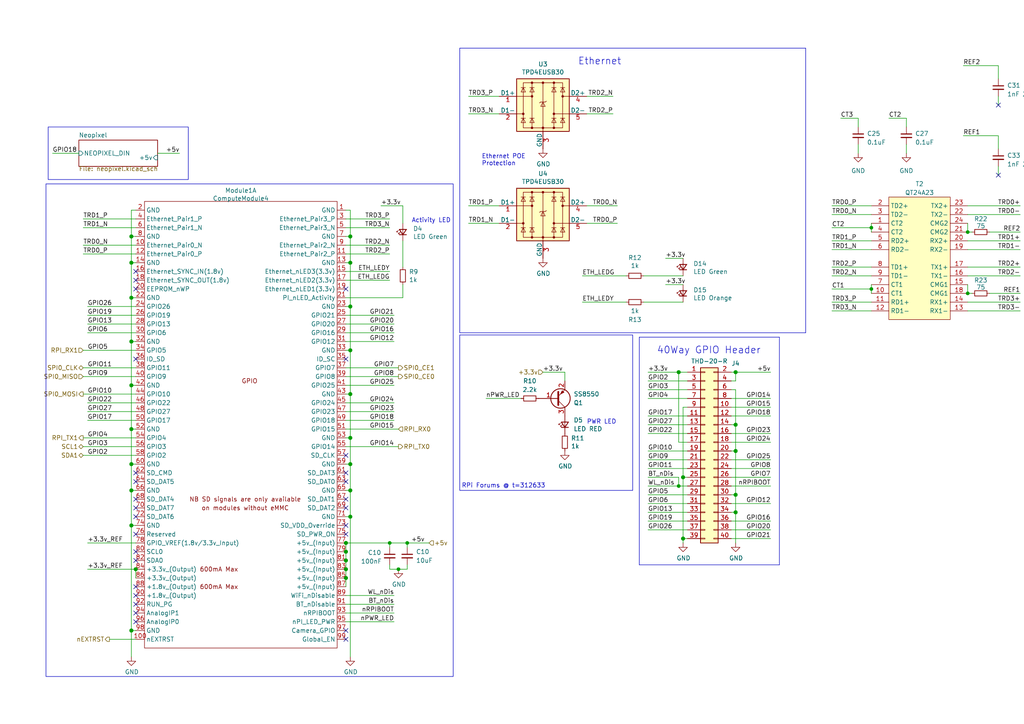
<source format=kicad_sch>
(kicad_sch (version 20230819) (generator eeschema)
  (paper "A4")
  (title_block (title "Carrier Board") (date "2023-11-21") (rev "V3") (company "MUREX Robotics [Byran Huang]") (comment 1 "//DO IT RIGHT,  DO IT MUREX") (comment 2 "// ATTEMPT THE IMPOSSIBLE") (comment 3 "CM4-based ROV (robotics) control board.") (comment 4 "The MUREX Carrier Board is the world's first open-source "))
  (junction (at 38.1 111.76) (diameter 1.016))
  (junction (at 101.6 101.6) (diameter 1.016))
  (junction (at 252.73 83.82))
  (junction (at 101.6 134.62) (diameter 1.016))
  (junction (at 101.6 127) (diameter 1.016))
  (junction (at 196.85 107.95) (diameter 1.016))
  (junction (at 38.1 124.46) (diameter 1.016))
  (junction (at 213.36 107.95) (diameter 1.016))
  (junction (at 213.36 148.59) (diameter 1.016))
  (junction (at 38.1 134.62) (diameter 1.016))
  (junction (at 38.1 76.2) (diameter 1.016))
  (junction (at 101.6 149.86) (diameter 1.016))
  (junction (at 213.36 130.81) (diameter 1.016))
  (junction (at 100.33 162.56) (diameter 1.016))
  (junction (at 101.6 88.9) (diameter 1.016))
  (junction (at 198.12 156.21) (diameter 1.016))
  (junction (at 38.1 99.06) (diameter 1.016))
  (junction (at 100.33 165.1) (diameter 1.016))
  (junction (at 196.85 140.97))
  (junction (at 101.6 68.58) (diameter 1.016))
  (junction (at 115.57 165.1))
  (junction (at 113.03 157.48))
  (junction (at 100.33 167.64) (diameter 1.016))
  (junction (at 100.33 160.02) (diameter 1.016))
  (junction (at 38.1 182.88) (diameter 1.016))
  (junction (at 213.36 143.51) (diameter 1.016))
  (junction (at 100.33 157.48) (diameter 1.016))
  (junction (at 198.12 138.43) (diameter 1.016))
  (junction (at 101.6 142.24) (diameter 1.016))
  (junction (at 39.37 165.1) (diameter 1.016))
  (junction (at 38.1 68.58) (diameter 1.016))
  (junction (at 213.36 123.19) (diameter 1.016))
  (junction (at 38.1 142.24) (diameter 1.016))
  (junction (at 38.1 152.4) (diameter 1.016))
  (junction (at 101.6 76.2) (diameter 1.016))
  (junction (at 280.67 67.31))
  (junction (at 280.67 85.09))
  (junction (at 101.6 114.3) (diameter 1.016))
  (junction (at 118.11 157.48))
  (junction (at 38.1 86.36) (diameter 1.016))
  (junction (at 252.73 66.04))
  (no_connect (at 39.37 180.34))
  (no_connect (at 39.37 137.16))
  (no_connect (at 100.33 152.4))
  (no_connect (at 39.37 154.94))
  (no_connect (at 100.33 83.82))
  (no_connect (at 100.33 104.14))
  (no_connect (at 39.37 147.32))
  (no_connect (at 100.33 144.78))
  (no_connect (at 100.33 182.88))
  (no_connect (at 39.37 162.56))
  (no_connect (at 289.56 50.8))
  (no_connect (at 100.33 154.94))
  (no_connect (at 100.33 132.08))
  (no_connect (at 39.37 177.8))
  (no_connect (at 39.37 78.74))
  (no_connect (at 39.37 172.72))
  (no_connect (at 39.37 139.7))
  (no_connect (at 39.37 175.26))
  (no_connect (at 39.37 149.86))
  (no_connect (at 100.33 185.42))
  (no_connect (at 39.37 170.18))
  (no_connect (at 39.37 160.02))
  (no_connect (at 289.56 30.48))
  (no_connect (at 100.33 139.7))
  (no_connect (at 39.37 104.14))
  (no_connect (at 100.33 137.16))
  (no_connect (at 100.33 147.32))
  (no_connect (at 39.37 81.28))
  (no_connect (at 39.37 83.82))
  (no_connect (at 39.37 144.78))
  (wire (pts (xy 38.1 111.76) (xy 38.1 124.46)))
  (wire (pts (xy 170.18 27.94) (xy 177.8 27.94)))
  (wire (pts (xy 279.4 39.37) (xy 289.56 39.37)))
  (wire (pts (xy 118.11 165.1) (xy 118.11 163.83)))
  (wire (pts (xy 212.09 146.05) (xy 223.52 146.05)))
  (wire (pts (xy 193.04 82.55) (xy 198.12 82.55)))
  (wire (pts (xy 39.37 167.64) (xy 39.37 165.1)))
  (wire (pts (xy 135.89 33.02) (xy 144.78 33.02)))
  (wire (pts (xy 196.85 140.97) (xy 199.39 140.97)))
  (polyline (pts (xy 133.35 13.97) (xy 233.68 13.97)) (stroke (width 0) (type solid)))
  (wire (pts (xy 113.03 165.1) (xy 113.03 163.83)))
  (wire (pts (xy 213.36 110.49) (xy 213.36 107.95)))
  (wire (pts (xy 115.57 165.1) (xy 118.11 165.1)))
  (wire (pts (xy 100.33 101.6) (xy 101.6 101.6)))
  (wire (pts (xy 135.89 27.94) (xy 144.78 27.94)))
  (wire (pts (xy 100.33 109.22) (xy 115.57 109.22)))
  (wire (pts (xy 114.3 175.26) (xy 100.33 175.26)))
  (wire (pts (xy 193.04 74.93) (xy 198.12 74.93)))
  (polyline (pts (xy 185.42 97.79) (xy 185.42 163.83)) (stroke (width 0) (type solid)))
  (wire (pts (xy 100.33 157.48) (xy 100.33 160.02)))
  (wire (pts (xy 213.36 123.19) (xy 212.09 123.19)))
  (wire (pts (xy 248.92 41.91) (xy 248.92 44.45)))
  (wire (pts (xy 24.13 71.12) (xy 39.37 71.12)))
  (wire (pts (xy 24.13 66.04) (xy 39.37 66.04)))
  (wire (pts (xy 196.85 128.27) (xy 199.39 128.27)))
  (wire (pts (xy 212.09 135.89) (xy 223.52 135.89)))
  (wire (pts (xy 38.1 99.06) (xy 39.37 99.06)))
  (wire (pts (xy 212.09 133.35) (xy 223.52 133.35)))
  (wire (pts (xy 198.12 118.11) (xy 198.12 138.43)))
  (wire (pts (xy 198.12 156.21) (xy 198.12 157.48)))
  (wire (pts (xy 212.09 151.13) (xy 223.52 151.13)))
  (wire (pts (xy 38.1 86.36) (xy 38.1 99.06)))
  (wire (pts (xy 118.11 157.48) (xy 124.46 157.48)))
  (wire (pts (xy 241.3 66.04) (xy 252.73 66.04)))
  (wire (pts (xy 38.1 134.62) (xy 38.1 142.24)))
  (wire (pts (xy 186.69 80.01) (xy 198.12 80.01)))
  (wire (pts (xy 25.4 119.38) (xy 39.37 119.38)))
  (wire (pts (xy 116.84 69.85) (xy 116.84 77.47)))
  (wire (pts (xy 38.1 152.4) (xy 39.37 152.4)))
  (wire (pts (xy 199.39 118.11) (xy 198.12 118.11)))
  (wire (pts (xy 116.84 82.55) (xy 116.84 86.36)))
  (wire (pts (xy 248.92 34.29) (xy 248.92 36.83)))
  (wire (pts (xy 100.33 142.24) (xy 101.6 142.24)))
  (wire (pts (xy 289.56 19.05) (xy 289.56 22.86)))
  (wire (pts (xy 100.33 111.76) (xy 114.3 111.76)))
  (wire (pts (xy 38.1 124.46) (xy 38.1 134.62)))
  (wire (pts (xy 39.37 60.96) (xy 38.1 60.96)))
  (wire (pts (xy 100.33 149.86) (xy 101.6 149.86)))
  (wire (pts (xy 198.12 138.43) (xy 198.12 156.21)))
  (wire (pts (xy 213.36 148.59) (xy 213.36 143.51)))
  (wire (pts (xy 212.09 140.97) (xy 223.52 140.97)))
  (wire (pts (xy 24.13 73.66) (xy 39.37 73.66)))
  (wire (pts (xy 100.33 177.8) (xy 114.3 177.8)))
  (wire (pts (xy 212.09 113.03) (xy 213.36 113.03)))
  (wire (pts (xy 241.3 87.63) (xy 252.73 87.63)))
  (wire (pts (xy 281.94 85.09) (xy 280.67 85.09)))
  (wire (pts (xy 38.1 152.4) (xy 38.1 182.88)))
  (wire (pts (xy 157.48 107.95) (xy 163.83 107.95)))
  (wire (pts (xy 289.56 39.37) (xy 289.56 43.18)))
  (wire (pts (xy 213.36 123.19) (xy 213.36 130.81)))
  (wire (pts (xy 100.33 91.44) (xy 114.3 91.44)))
  (wire (pts (xy 168.91 87.63) (xy 181.61 87.63)))
  (wire (pts (xy 24.13 129.54) (xy 39.37 129.54)))
  (wire (pts (xy 187.96 110.49) (xy 199.39 110.49)))
  (wire (pts (xy 280.67 59.69) (xy 295.91 59.69)))
  (wire (pts (xy 213.36 107.95) (xy 223.52 107.95)))
  (wire (pts (xy 25.4 93.98) (xy 39.37 93.98)))
  (wire (pts (xy 39.37 68.58) (xy 38.1 68.58)))
  (wire (pts (xy 24.13 114.3) (xy 39.37 114.3)))
  (wire (pts (xy 280.67 69.85) (xy 295.91 69.85)))
  (wire (pts (xy 262.89 41.91) (xy 262.89 44.45)))
  (wire (pts (xy 289.56 48.26) (xy 289.56 50.8)))
  (wire (pts (xy 212.09 115.57) (xy 223.52 115.57)))
  (wire (pts (xy 100.33 119.38) (xy 114.3 119.38)))
  (wire (pts (xy 187.96 146.05) (xy 199.39 146.05)))
  (wire (pts (xy 213.36 130.81) (xy 212.09 130.81)))
  (wire (pts (xy 39.37 76.2) (xy 38.1 76.2)))
  (wire (pts (xy 241.3 83.82) (xy 252.73 83.82)))
  (wire (pts (xy 38.1 111.76) (xy 39.37 111.76)))
  (wire (pts (xy 212.09 128.27) (xy 223.52 128.27)))
  (wire (pts (xy 101.6 134.62) (xy 101.6 142.24)))
  (wire (pts (xy 113.03 157.48) (xy 118.11 157.48)))
  (wire (pts (xy 300.99 67.31) (xy 309.88 67.31)))
  (wire (pts (xy 24.13 106.68) (xy 39.37 106.68)))
  (wire (pts (xy 25.4 157.48) (xy 39.37 157.48)))
  (wire (pts (xy 280.67 64.77) (xy 280.67 67.31)))
  (wire (pts (xy 100.33 96.52) (xy 114.3 96.52)))
  (wire (pts (xy 213.36 113.03) (xy 213.36 123.19)))
  (wire (pts (xy 39.37 182.88) (xy 38.1 182.88)))
  (wire (pts (xy 100.33 106.68) (xy 115.57 106.68)))
  (wire (pts (xy 100.33 167.64) (xy 100.33 170.18)))
  (wire (pts (xy 101.6 142.24) (xy 101.6 149.86)))
  (wire (pts (xy 135.89 59.69) (xy 144.78 59.69)))
  (wire (pts (xy 100.33 180.34) (xy 114.3 180.34)))
  (wire (pts (xy 198.12 138.43) (xy 199.39 138.43)))
  (wire (pts (xy 300.99 69.85) (xy 309.88 69.85)))
  (wire (pts (xy 241.3 62.23) (xy 252.73 62.23)))
  (wire (pts (xy 101.6 88.9) (xy 101.6 101.6)))
  (wire (pts (xy 187.96 151.13) (xy 199.39 151.13)))
  (wire (pts (xy 300.99 82.55) (xy 309.88 82.55)))
  (wire (pts (xy 116.84 59.69) (xy 116.84 64.77)))
  (wire (pts (xy 212.09 118.11) (xy 223.52 118.11)))
  (wire (pts (xy 300.99 62.23) (xy 309.88 62.23)))
  (wire (pts (xy 252.73 82.55) (xy 252.73 83.82)))
  (wire (pts (xy 241.3 69.85) (xy 252.73 69.85)))
  (wire (pts (xy 198.12 156.21) (xy 199.39 156.21)))
  (wire (pts (xy 187.96 133.35) (xy 199.39 133.35)))
  (wire (pts (xy 187.96 130.81) (xy 199.39 130.81)))
  (wire (pts (xy 38.1 124.46) (xy 39.37 124.46)))
  (wire (pts (xy 100.33 60.96) (xy 101.6 60.96)))
  (wire (pts (xy 25.4 88.9) (xy 39.37 88.9)))
  (wire (pts (xy 100.33 93.98) (xy 114.3 93.98)))
  (wire (pts (xy 100.33 68.58) (xy 101.6 68.58)))
  (wire (pts (xy 110.49 59.69) (xy 116.84 59.69)))
  (wire (pts (xy 24.13 109.22) (xy 39.37 109.22)))
  (wire (pts (xy 118.11 158.75) (xy 118.11 157.48)))
  (wire (pts (xy 101.6 60.96) (xy 101.6 68.58)))
  (wire (pts (xy 140.97 115.57) (xy 151.13 115.57)))
  (wire (pts (xy 24.13 127) (xy 39.37 127)))
  (wire (pts (xy 281.94 67.31) (xy 280.67 67.31)))
  (wire (pts (xy 100.33 134.62) (xy 101.6 134.62)))
  (wire (pts (xy 170.18 33.02) (xy 177.8 33.02)))
  (wire (pts (xy 38.1 76.2) (xy 38.1 86.36)))
  (wire (pts (xy 212.09 125.73) (xy 223.52 125.73)))
  (polyline (pts (xy 185.42 163.83) (xy 226.06 163.83)) (stroke (width 0) (type solid)))
  (wire (pts (xy 252.73 64.77) (xy 252.73 66.04)))
  (wire (pts (xy 100.33 124.46) (xy 115.57 124.46)))
  (wire (pts (xy 25.4 165.1) (xy 39.37 165.1)))
  (wire (pts (xy 212.09 148.59) (xy 213.36 148.59)))
  (wire (pts (xy 100.33 160.02) (xy 100.33 162.56)))
  (wire (pts (xy 187.96 125.73) (xy 199.39 125.73)))
  (wire (pts (xy 25.4 96.52) (xy 39.37 96.52)))
  (wire (pts (xy 31.75 185.42) (xy 39.37 185.42)))
  (wire (pts (xy 279.4 19.05) (xy 289.56 19.05)))
  (wire (pts (xy 100.33 165.1) (xy 100.33 167.64)))
  (wire (pts (xy 100.33 88.9) (xy 101.6 88.9)))
  (wire (pts (xy 280.67 77.47) (xy 295.91 77.47)))
  (wire (pts (xy 100.33 162.56) (xy 100.33 165.1)))
  (wire (pts (xy 187.96 148.59) (xy 199.39 148.59)))
  (wire (pts (xy 213.36 148.59) (xy 213.36 157.48)))
  (wire (pts (xy 280.67 85.09) (xy 280.67 82.55)))
  (wire (pts (xy 170.18 59.69) (xy 179.07 59.69)))
  (wire (pts (xy 38.1 86.36) (xy 39.37 86.36)))
  (wire (pts (xy 262.89 34.29) (xy 262.89 36.83)))
  (wire (pts (xy 257.81 34.29) (xy 262.89 34.29)))
  (wire (pts (xy 300.99 74.93) (xy 309.88 74.93)))
  (wire (pts (xy 187.96 140.97) (xy 196.85 140.97)))
  (wire (pts (xy 213.36 143.51) (xy 213.36 130.81)))
  (wire (pts (xy 100.33 81.28) (xy 113.03 81.28)))
  (wire (pts (xy 289.56 27.94) (xy 289.56 30.48)))
  (wire (pts (xy 38.1 182.88) (xy 38.1 190.5)))
  (wire (pts (xy 101.6 127) (xy 101.6 134.62)))
  (wire (pts (xy 38.1 142.24) (xy 38.1 152.4)))
  (wire (pts (xy 45.72 44.45) (xy 52.07 44.45)))
  (wire (pts (xy 163.83 107.95) (xy 163.83 110.49)))
  (wire (pts (xy 100.33 63.5) (xy 113.03 63.5)))
  (wire (pts (xy 38.1 68.58) (xy 38.1 76.2)))
  (wire (pts (xy 187.96 107.95) (xy 196.85 107.95)))
  (wire (pts (xy 100.33 71.12) (xy 113.03 71.12)))
  (wire (pts (xy 212.09 110.49) (xy 213.36 110.49)))
  (wire (pts (xy 241.3 80.01) (xy 252.73 80.01)))
  (wire (pts (xy 252.73 66.04) (xy 252.73 67.31)))
  (polyline (pts (xy 233.68 13.97) (xy 233.68 96.52)) (stroke (width 0) (type solid)))
  (wire (pts (xy 241.3 72.39) (xy 252.73 72.39)))
  (wire (pts (xy 241.3 90.17) (xy 252.73 90.17)))
  (wire (pts (xy 187.96 123.19) (xy 199.39 123.19)))
  (wire (pts (xy 168.91 80.01) (xy 181.61 80.01)))
  (wire (pts (xy 252.73 83.82) (xy 252.73 85.09)))
  (wire (pts (xy 196.85 138.43) (xy 196.85 140.97)))
  (wire (pts (xy 187.96 153.67) (xy 199.39 153.67)))
  (wire (pts (xy 113.03 165.1) (xy 115.57 165.1)))
  (wire (pts (xy 300.99 64.77) (xy 309.88 64.77)))
  (wire (pts (xy 38.1 99.06) (xy 38.1 111.76)))
  (wire (pts (xy 170.18 64.77) (xy 179.07 64.77)))
  (wire (pts (xy 24.13 101.6) (xy 39.37 101.6)))
  (wire (pts (xy 212.09 120.65) (xy 223.52 120.65)))
  (wire (pts (xy 212.09 138.43) (xy 223.52 138.43)))
  (wire (pts (xy 24.13 132.08) (xy 39.37 132.08)))
  (wire (pts (xy 187.96 143.51) (xy 199.39 143.51)))
  (wire (pts (xy 15.24 44.45) (xy 22.86 44.45)))
  (wire (pts (xy 300.99 80.01) (xy 309.88 80.01)))
  (wire (pts (xy 241.3 77.47) (xy 252.73 77.47)))
  (wire (pts (xy 280.67 90.17) (xy 295.91 90.17)))
  (wire (pts (xy 25.4 121.92) (xy 39.37 121.92)))
  (wire (pts (xy 212.09 107.95) (xy 213.36 107.95)))
  (wire (pts (xy 101.6 101.6) (xy 101.6 114.3)))
  (wire (pts (xy 100.33 116.84) (xy 114.3 116.84)))
  (wire (pts (xy 101.6 76.2) (xy 101.6 88.9)))
  (wire (pts (xy 212.09 156.21) (xy 223.52 156.21)))
  (wire (pts (xy 280.67 80.01) (xy 295.91 80.01)))
  (polyline (pts (xy 226.06 97.79) (xy 185.42 97.79)) (stroke (width 0) (type solid)))
  (wire (pts (xy 241.3 59.69) (xy 252.73 59.69)))
  (wire (pts (xy 280.67 87.63) (xy 295.91 87.63)))
  (wire (pts (xy 187.96 135.89) (xy 199.39 135.89)))
  (wire (pts (xy 114.3 172.72) (xy 100.33 172.72)))
  (wire (pts (xy 212.09 143.51) (xy 213.36 143.51)))
  (wire (pts (xy 187.96 115.57) (xy 199.39 115.57)))
  (wire (pts (xy 101.6 114.3) (xy 101.6 127)))
  (wire (pts (xy 100.33 73.66) (xy 113.03 73.66)))
  (wire (pts (xy 212.09 153.67) (xy 223.52 153.67)))
  (wire (pts (xy 100.33 114.3) (xy 101.6 114.3)))
  (wire (pts (xy 101.6 149.86) (xy 101.6 190.5)))
  (wire (pts (xy 100.33 86.36) (xy 116.84 86.36)))
  (wire (pts (xy 243.84 34.29) (xy 248.92 34.29)))
  (wire (pts (xy 100.33 121.92) (xy 114.3 121.92)))
  (wire (pts (xy 100.33 157.48) (xy 113.03 157.48)))
  (wire (pts (xy 24.13 63.5) (xy 39.37 63.5)))
  (wire (pts (xy 287.02 67.31) (xy 295.91 67.31)))
  (wire (pts (xy 100.33 129.54) (xy 115.57 129.54)))
  (wire (pts (xy 25.4 91.44) (xy 39.37 91.44)))
  (polyline (pts (xy 233.68 96.52) (xy 133.35 96.52)) (stroke (width 0) (type solid)))
  (wire (pts (xy 280.67 62.23) (xy 295.91 62.23)))
  (wire (pts (xy 135.89 64.77) (xy 144.78 64.77)))
  (wire (pts (xy 199.39 107.95) (xy 196.85 107.95)))
  (wire (pts (xy 280.67 72.39) (xy 295.91 72.39)))
  (wire (pts (xy 300.99 77.47) (xy 309.88 77.47)))
  (wire (pts (xy 100.33 127) (xy 101.6 127)))
  (wire (pts (xy 187.96 138.43) (xy 196.85 138.43)))
  (wire (pts (xy 187.96 120.65) (xy 199.39 120.65)))
  (polyline (pts (xy 226.06 97.79) (xy 226.06 163.83)) (stroke (width 0) (type solid)))
  (wire (pts (xy 100.33 99.06) (xy 114.3 99.06)))
  (wire (pts (xy 38.1 142.24) (xy 39.37 142.24)))
  (wire (pts (xy 100.33 76.2) (xy 101.6 76.2)))
  (wire (pts (xy 186.69 87.63) (xy 198.12 87.63)))
  (polyline (pts (xy 133.35 96.52) (xy 133.35 13.97)) (stroke (width 0) (type solid)))
  (wire (pts (xy 38.1 134.62) (xy 39.37 134.62)))
  (wire (pts (xy 113.03 158.75) (xy 113.03 157.48)))
  (wire (pts (xy 25.4 116.84) (xy 39.37 116.84)))
  (wire (pts (xy 100.33 78.74) (xy 113.03 78.74)))
  (wire (pts (xy 287.02 85.09) (xy 295.91 85.09)))
  (wire (pts (xy 187.96 113.03) (xy 199.39 113.03)))
  (wire (pts (xy 38.1 60.96) (xy 38.1 68.58)))
  (wire (pts (xy 100.33 66.04) (xy 113.03 66.04)))
  (wire (pts (xy 196.85 107.95) (xy 196.85 128.27)))
  (wire (pts (xy 101.6 68.58) (xy 101.6 76.2)))
  (rectangle (start 13.97 36.83) (end 54.61 52.07))
  (rectangle (start 133.35 97.155) (end 183.515 142.24))
  (rectangle (start 13.335 53.34) (end 131.445 196.215))
  (text "RPi Forums @ t=312633" (at 146.05 140.97 0) (effects (font (size 1.27 1.27))))
  (text "Ethernet" (at 167.64 19.05 0) (effects (font (size 2.0066 2.0066)) (justify left bottom)))
  (text "Ethernet POE\nProtection" (at 139.7 48.26 0) (effects (font (size 1.27 1.27)) (justify left bottom)))
  (text "PWR LED" (at 170.18 123.19 0) (effects (font (size 1.27 1.27)) (justify left bottom)))
  (text "Activity LED" (at 119.38 64.77 0) (effects (font (size 1.27 1.27)) (justify left bottom)))
  (text "40Way GPIO Header" (at 190.5 102.87 0) (effects (font (size 2.007 2.007)) (justify left bottom)))
  (label "GPIO14" (at 223.52 115.57 180))
  (label "GPIO24" (at 223.52 128.27 180))
  (label "GPIO16" (at 114.3 96.52 180))
  (label "GPIO3" (at 187.96 113.03 0))
  (label "TRD3-" (at 295.91 90.17 180))
  (label "nRPIBOOT" (at 114.3 177.8 180))
  (label "GPIO13" (at 25.4 93.98 0))
  (label "TRD3+" (at 300.99 80.01 0))
  (label "TRD0+" (at 300.99 62.23 0))
  (label "TRD0_N" (at 179.07 59.69 180))
  (label "GPIO23" (at 114.3 119.38 180))
  (label "GPIO18" (at 15.24 44.45 0))
  (label "GPIO14" (at 114.3 129.54 180))
  (label "TRD1_N" (at 24.13 66.04 0))
  (label "GPIO9" (at 187.96 133.35 0))
  (label "TRD2+" (at 300.99 74.93 0))
  (label "GPIO6" (at 187.96 146.05 0))
  (label "GPIO8" (at 114.3 109.22 180))
  (label "TRD3-" (at 300.99 82.55 0))
  (label "GPIO19" (at 25.4 91.44 0))
  (label "GPIO25" (at 223.52 133.35 180))
  (label "TRD1_P" (at 135.89 59.69 0))
  (label "CT3" (at 243.84 34.29 0))
  (label "GPIO17" (at 187.96 120.65 0))
  (label "GPIO3" (at 25.4 129.54 0))
  (label "GPIO17" (at 25.4 121.92 0))
  (label "GPIO19" (at 187.96 151.13 0))
  (label "REF1" (at 279.4 39.37 0))
  (label "TRD2_N" (at 177.8 27.94 180))
  (label "TRD3_N" (at 135.89 33.02 0))
  (label "GPIO25" (at 114.3 111.76 180))
  (label "+3.3v" (at 193.04 74.93 0))
  (label "TRD1_N" (at 135.89 64.77 0))
  (label "TRD2-" (at 300.99 77.47 0))
  (label "GPIO11" (at 25.4 106.68 0))
  (label "GPIO27" (at 25.4 119.38 0))
  (label "WL_nDis" (at 187.96 140.97 0))
  (label "GPIO11" (at 187.96 135.89 0))
  (label "GPIO9" (at 25.4 109.22 0))
  (label "TRD1+" (at 300.99 67.31 0))
  (label "GPIO20" (at 114.3 93.98 180))
  (label "TRD1_P" (at 241.3 69.85 0))
  (label "GPIO26" (at 187.96 153.67 0))
  (label "TRD3_N" (at 241.3 90.17 0))
  (label "+3.3v_REF" (at 25.4 165.1 0))
  (label "+5v" (at 123.19 157.48 180))
  (label "GPIO22" (at 25.4 116.84 0))
  (label "CT2" (at 241.3 66.04 0))
  (label "TRD1+" (at 295.91 69.85 180))
  (label "nPWR_LED" (at 114.3 180.34 180))
  (label "BT_nDis" (at 187.96 138.43 0))
  (label "TRD2_P" (at 113.03 73.66 180))
  (label "TRD0_N" (at 241.3 62.23 0))
  (label "GPIO24" (at 114.3 116.84 180))
  (label "GPIO12" (at 223.52 146.05 180))
  (label "TRD0_P" (at 179.07 64.77 180))
  (label "GPIO12" (at 114.3 99.06 180))
  (label "TRD3_P" (at 135.89 27.94 0))
  (label "TRD2_P" (at 177.8 33.02 180))
  (label "TRD3+" (at 295.91 87.63 180))
  (label "GPIO5" (at 187.96 143.51 0))
  (label "+5v" (at 52.07 44.45 180))
  (label "TRD1_P" (at 24.13 63.5 0))
  (label "GPIO18" (at 223.52 120.65 180))
  (label "TRD2_N" (at 241.3 80.01 0))
  (label "ETH_LEDG" (at 113.03 81.28 180))
  (label "GPIO7" (at 223.52 138.43 180))
  (label "TRD3_P" (at 241.3 87.63 0))
  (label "GPIO26" (at 25.4 88.9 0))
  (label "GPIO7" (at 114.3 106.68 180))
  (label "CT2" (at 257.81 34.29 0))
  (label "nPWR_LED" (at 140.97 115.57 0))
  (label "TRD2_P" (at 241.3 77.47 0))
  (label "GPIO8" (at 223.52 135.89 180))
  (label "TRD2-" (at 295.91 80.01 180))
  (label "GPIO2" (at 187.96 110.49 0))
  (label "GPIO15" (at 114.3 124.46 180))
  (label "GPIO13" (at 187.96 148.59 0))
  (label "TRD3_P" (at 113.03 63.5 180))
  (label "+3.3v_REF" (at 25.4 157.48 0))
  (label "TRD0-" (at 300.99 64.77 0))
  (label "TRD0+" (at 295.91 59.69 180))
  (label "GPIO27" (at 187.96 123.19 0))
  (label "GPIO21" (at 114.3 91.44 180))
  (label "GPIO21" (at 223.52 156.21 180))
  (label "TRD3_N" (at 113.03 66.04 180))
  (label "TRD2+" (at 295.91 77.47 180))
  (label "GPIO10" (at 187.96 130.81 0))
  (label "GPIO10" (at 25.4 114.3 0))
  (label "TRD2_N" (at 113.03 71.12 180))
  (label "GPIO22" (at 187.96 125.73 0))
  (label "GPIO6" (at 25.4 96.52 0))
  (label "REF1" (at 295.91 85.09 180))
  (label "GPIO18" (at 114.3 121.92 180))
  (label "REF2" (at 295.91 67.31 180))
  (label "TRD1-" (at 300.99 69.85 0))
  (label "ETH_LEDY" (at 168.91 87.63 0))
  (label "CT1" (at 241.3 83.82 0))
  (label "REF2" (at 279.4 19.05 0))
  (label "GPIO15" (at 223.52 118.11 180))
  (label "+5v" (at 223.52 107.95 180))
  (label "TRD1-" (at 295.91 72.39 180))
  (label "GPIO20" (at 223.52 153.67 180))
  (label "TRD0-" (at 295.91 62.23 180))
  (label "GPIO4" (at 25.4 127 0))
  (label "GPIO16" (at 223.52 151.13 180))
  (label "ETH_LEDY" (at 113.03 78.74 180))
  (label "ETH_LEDG" (at 168.91 80.01 0))
  (label "GPIO2" (at 25.4 132.08 0))
  (label "TRD0_P" (at 241.3 59.69 0))
  (label "+3.3v" (at 193.04 82.55 0))
  (label "GPIO23" (at 223.52 125.73 180))
  (label "nRPIBOOT" (at 223.52 140.97 180))
  (label "TRD1_N" (at 241.3 72.39 0))
  (label "TRD0_N" (at 24.13 71.12 0))
  (label "BT_nDis" (at 114.3 175.26 180))
  (label "+3.3v" (at 110.49 59.69 0))
  (label "GPIO4" (at 187.96 115.57 0))
  (label "GPIO5" (at 25.4 101.6 0))
  (label "+3.3v" (at 157.48 107.95 0))
  (label "WL_nDis" (at 114.3 172.72 180))
  (label "TRD0_P" (at 24.13 73.66 0))
  (label "+3.3v" (at 187.96 107.95 0))
  (hierarchical_label "+3.3v" (shape input) (at 157.48 107.95 180))
  (hierarchical_label "SDA1" (shape bidirectional) (at 24.13 132.08 180))
  (hierarchical_label "RPI_RX0" (shape input) (at 115.57 124.46 0))
  (hierarchical_label "+5v" (shape input) (at 124.46 157.48 0))
  (hierarchical_label "nEXTRST" (shape output) (at 31.75 185.42 180))
  (hierarchical_label "SPI0_CE1" (shape output) (at 115.57 106.68 0))
  (hierarchical_label "SPI0_MISO" (shape input) (at 24.13 109.22 180))
  (hierarchical_label "SPI0_CE0" (shape output) (at 115.57 109.22 0))
  (hierarchical_label "SPI0_CLK" (shape bidirectional) (at 24.13 106.68 180))
  (hierarchical_label "RPI_TX0" (shape output) (at 115.57 129.54 0))
  (hierarchical_label "RPI_TX1" (shape output) (at 24.13 127 180))
  (hierarchical_label "RPI_RX1" (shape input) (at 24.13 101.6 180))
  (hierarchical_label "SPI0_MOSI" (shape output) (at 24.13 114.3 180))
  (hierarchical_label "SCL1" (shape bidirectional) (at 24.13 129.54 180))
  (symbol (lib_id "power:GND") (at 101.6 190.5 0) (unit 1)
    (property "Reference" "#PWR014" (effects hide))
    (property "Value" "GND" (at 101.727 194.8942 0))
    (instances (project "carrier" (path "" (reference "#PWR014") (unit 1))) (project "CM4IOv5" (path "" (reference "#PWR0105") (unit 1))))
  )
  (symbol (lib_id "magnetics:dual-transformer") (at 266.7 74.93 0) (unit 1)
    (property "Reference" "T2" (at 266.7 53.34 0))
    (property "Value" "QT24A23" (at 266.7 55.88 0))
    (property "Footprint" "QT24A23:QT24A23" (effects hide))
    (instances (project "switch" (path "" (reference "T2") (unit 1))) (project "carrier" (path "" (reference "T1") (unit 1))))
  )
  (symbol (lib_id "Device:LED_Small") (at 163.83 123.19 90) (unit 1)
    (property "Reference" "D5" (at 166.37 121.8564 90) (effects (justify right)))
    (property "Value" "LED RED" (at 166.37 124.3964 90) (effects (justify right)))
    (property "Footprint" "LED_SMD:LED_0603_1608Metric" (effects hide))
    (property "Description" "Light emitting diode, small symbol" (effects hide))
  )
  (symbol (lib_id "power:GND") (at 157.48 74.93 0) (unit 1)
    (property "Reference" "#PWR017" (effects hide))
    (property "Value" "GND" (at 157.607 79.3242 0))
    (instances (project "carrier" (path "" (reference "#PWR017") (unit 1))) (project "CM4IOv5" (path "" (reference "#PWR0110") (unit 1))))
  )
  (symbol (lib_id "Device:LED_Small") (at 198.12 85.09 90) (unit 1)
    (property "Reference" "D15" (at 201.0918 84.0994 90) (effects (justify right)))
    (property "Value" "LED Orange" (at 201.0918 86.4108 90) (effects (justify right)))
    (property "Footprint" "LED_SMD:LED_0603_1608Metric" (effects hide))
    (property "Description" "Light emitting diode, small symbol" (effects hide))
    (property "Field4" "Digikey " (effects hide))
    (property "Field5" "LTST-S270KGKT" (effects hide))
    (property "Field6" "SML-A12M8TT86N" (effects hide))
    (property "Field7" "Rohm" (effects hide))
    (property "Field8" "650263301" (effects hide))
    (property "Part Description" "	Green 572nm LED Indication - Discrete 2.2V 2-SMD, No Lead" (effects hide))
    (instances (project "carrier" (path "" (reference "D15") (unit 1))) (project "CM4IOv5" (path "" (reference "D2") (unit 1))))
  )
  (symbol (lib_id "Device:LED_Small") (at 198.12 77.47 90) (unit 1)
    (property "Reference" "D14" (at 201.0918 76.4794 90) (effects (justify right)))
    (property "Value" "LED Green" (at 201.0918 78.7908 90) (effects (justify right)))
    (property "Footprint" "LED_SMD:LED_0603_1608Metric" (effects hide))
    (property "Description" "Light emitting diode, small symbol" (effects hide))
    (property "Field4" "Digikey " (effects hide))
    (property "Field5" "LTST-S270KGKT" (effects hide))
    (property "Field6" "SML-A12M8TT86N" (effects hide))
    (property "Field7" "Rohm" (effects hide))
    (property "Field8" "650263301" (effects hide))
    (property "Part Description" "	Green 572nm LED Indication - Discrete 2.2V 2-SMD, No Lead" (effects hide))
    (instances (project "carrier" (path "" (reference "D14") (unit 1))) (project "CM4IOv5" (path "" (reference "D2") (unit 1))))
  )
  (symbol (lib_id "Connector_Generic:Conn_01x04") (at 314.96 64.77 0) (unit 1)
    (property "Reference" "J14" (at 317.5 64.7699 0) (effects (justify left)))
    (property "Value" "Conn_01x04" (at 317.5 67.3099 0) (effects (justify left)))
    (property "Description" "Generic connector, single row, 01x04, script generated (kicad-library-utils/schlib/autogen/connector/)" (effects hide))
  )
  (symbol (lib_id "Device:C_Small") (at 248.92 39.37 0) (unit 1)
    (property "Reference" "C25" (at 251.46 38.7413 0) (effects (justify left)))
    (property "Value" "0.1uF" (at 251.46 41.2813 0) (effects (justify left)))
    (property "Footprint" "Capacitor_SMD:C_0402_1005Metric" (effects hide))
    (property "Description" "Unpolarized capacitor, small symbol" (effects hide))
    (instances (project "switch" (path "" (reference "C25") (unit 1))) (project "carrier" (path "" (reference "C75") (unit 1))))
  )
  (symbol (lib_id "CM4IO:TPD4EUSB30") (at 157.48 30.48 0) (unit 1)
    (property "Reference" "U3" (at 157.48 18.6182 0))
    (property "Value" "TPD4EUSB30" (at 157.48 20.9296 0))
    (property "Footprint" "Package_SON:USON-10_2.5x1.0mm_P0.5mm" (effects hide))
    (property "Datasheet" "http://www.ti.com/lit/ds/symlink/tpd2eusb30a.pdf" (effects hide))
    (property "Field4" "Farnell" (effects hide))
    (property "Field5" "2335455" (effects hide))
    (property "Field6" "CDDFN10-3324P-13" (effects hide))
    (property "Field7" "Bourns" (effects hide))
    (property "Field8" "UDIO00346" (effects hide))
    (property "Part Description" "Quad TVS diode for high speed signals (USB3, GigE etc.)" (effects hide))
    (instances (project "carrier" (path "" (reference "U3") (unit 1))) (project "CM4IOv5" (path "" (reference "U1") (unit 1))))
  )
  (symbol (lib_id "Device:C_Small") (at 262.89 39.37 0) (unit 1)
    (property "Reference" "C27" (at 265.43 38.7413 0) (effects (justify left)))
    (property "Value" "0.1uF" (at 265.43 41.2813 0) (effects (justify left)))
    (property "Footprint" "Capacitor_SMD:C_0402_1005Metric" (effects hide))
    (property "Description" "Unpolarized capacitor, small symbol" (effects hide))
    (instances (project "switch" (path "" (reference "C27") (unit 1))) (project "carrier" (path "" (reference "C76") (unit 1))))
  )
  (symbol (lib_id "power:GND") (at 163.83 130.81 0) (unit 1)
    (property "Reference" "#PWR018" (effects hide))
    (property "Value" "GND" (at 163.957 135.2042 0))
    (instances (project "carrier" (path "" (reference "#PWR018") (unit 1))) (project "CM4IOv5" (path "" (reference "#PWR0109") (unit 1))))
  )
  (symbol (lib_id "power:GND") (at 157.48 43.18 0) (unit 1)
    (property "Reference" "#PWR016" (effects hide))
    (property "Value" "GND" (at 157.607 47.5742 0))
    (instances (project "carrier" (path "" (reference "#PWR016") (unit 1))) (project "CM4IOv5" (path "" (reference "#PWR0111") (unit 1))))
  )
  (symbol (lib_id "power:GND") (at 38.1 190.5 0) (unit 1)
    (property "Reference" "#PWR013" (effects hide))
    (property "Value" "GND" (at 38.227 194.8942 0))
    (instances (project "carrier" (path "" (reference "#PWR013") (unit 1))) (project "CM4IOv5" (path "" (reference "#PWR0104") (unit 1))))
  )
  (symbol (lib_id "Device:C_Small") (at 113.03 161.29 0) (unit 1)
    (property "Reference" "C10" (at 106.68 160.274 0) (effects (justify left)))
    (property "Value" "100nF" (at 104.648 162.814 0) (effects (justify left)))
    (property "Footprint" "Capacitor_SMD:C_0402_1005Metric" (effects hide))
    (property "Description" "Unpolarized capacitor, small symbol" (effects hide))
    (instances (project "carrier" (path "" (reference "C10") (unit 1)) (path "" (reference "C6") (unit 1))))
  )
  (symbol (lib_id "Device:C_Small") (at 118.11 161.29 0) (unit 1)
    (property "Reference" "C10" (at 120.65 160.0262 0) (effects (justify left)))
    (property "Value" "10uF" (at 120.65 162.5662 0) (effects (justify left)))
    (property "Footprint" "Capacitor_SMD:C_0402_1005Metric" (effects hide))
    (property "Description" "Unpolarized capacitor, small symbol" (effects hide))
    (instances (project "carrier" (path "" (reference "C10") (unit 1)) (path "" (reference "C7") (unit 1))))
  )
  (symbol (lib_id "power:GND") (at 198.12 157.48 0) (unit 1)
    (property "Reference" "#PWR021" (effects hide))
    (property "Value" "GND" (at 198.247 161.8742 0))
    (instances (project "carrier" (path "" (reference "#PWR021") (unit 1))) (project "CM4_GPIO" (path "" (reference "#PWR0103") (unit 1))) (project "CM4IOUSB3" (path "" (reference "#PWR0103") (unit 1))))
  )
  (symbol (lib_id "Device:C_Small") (at 289.56 25.4 0) (unit 1)
    (property "Reference" "C31" (at 292.1 24.7713 0) (effects (justify left)))
    (property "Value" "1nF 2KV (1206)" (at 292.1 27.3113 0) (effects (justify left)))
    (property "Footprint" "Capacitor_SMD:C_1206_3216Metric" (effects hide))
    (property "Description" "Unpolarized capacitor, small symbol" (effects hide))
    (instances (project "switch" (path "" (reference "C31") (unit 1))) (project "carrier" (path "" (reference "C77") (unit 1))))
  )
  (symbol (lib_id "Device:C_Small") (at 289.56 45.72 0) (unit 1)
    (property "Reference" "C33" (at 292.1 45.0913 0) (effects (justify left)))
    (property "Value" "1nF 2KV (1206)" (at 292.1 47.6313 0) (effects (justify left)))
    (property "Footprint" "Capacitor_SMD:C_1206_3216Metric" (effects hide))
    (property "Description" "Unpolarized capacitor, small symbol" (effects hide))
    (instances (project "switch" (path "" (reference "C33") (unit 1))) (project "carrier" (path "" (reference "C78") (unit 1))))
  )
  (symbol (lib_id "CM4IO:ComputeModule4-CM4") (at 72.39 116.84 0) (unit 1)
    (property "Reference" "Module1" (at 69.85 55.245 0))
    (property "Value" "ComputeModule4" (at 69.85 57.5564 0))
    (property "Footprint" "CM4IO:Raspberry-Pi-4-Compute-Module" (effects hide))
    (property "Field4" "Hirose" (effects hide))
    (property "Field5" "2x DF40C-100DS-0.4V" (effects hide))
    (property "Field6" "2off DF40C-100DS-0.4V" (effects hide))
    (property "Field7" "Hirose" (effects hide))
    (property "Part Description" "	100 Position Connector Receptacle, Center Strip Contacts Surface Mount Gold" (effects hide))
  )
  (symbol (lib_id "Device:R_Small") (at 153.67 115.57 90) (unit 1)
    (property "Reference" "R10" (at 153.67 110.49 90))
    (property "Value" "2.2k" (at 153.67 113.03 90))
    (property "Footprint" "Resistor_SMD:R_0402_1005Metric" (effects hide))
    (property "Description" "Resistor, small symbol" (effects hide))
  )
  (symbol (lib_id "power:GND") (at 248.92 44.45 0) (unit 1)
    (property "Reference" "#PWR034" (effects hide))
    (property "Value" "GND" (at 248.92 49.53 0))
    (property "Description" "Power symbol creates a global label with name \"GND\" , ground" (effects hide))
    (instances (project "switch" (path "" (reference "#PWR034") (unit 1))) (project "carrier" (path "" (reference "#PWR078") (unit 1))))
  )
  (symbol (lib_id "Connector_Generic:Conn_01x04") (at 314.96 77.47 0) (unit 1)
    (property "Reference" "J15" (at 317.5 77.4699 0) (effects (justify left)))
    (property "Value" "Conn_01x04" (at 317.5 80.0099 0) (effects (justify left)))
    (property "Description" "Generic connector, single row, 01x04, script generated (kicad-library-utils/schlib/autogen/connector/)" (effects hide))
  )
  (symbol (lib_id "Device:Q_PNP_BEC") (at 161.29 115.57 0) (mirror x) (unit 1)
    (property "Reference" "Q1" (at 166.37 116.8401 0) (effects (justify left)))
    (property "Value" "SS8550" (at 166.37 114.3001 0) (effects (justify left)))
    (property "Footprint" "Package_TO_SOT_SMD:SOT-23" (effects hide))
    (property "Description" "PNP transistor, base/emitter/collector" (effects hide))
  )
  (symbol (lib_id "Device:R_Small") (at 184.15 87.63 270) (unit 1)
    (property "Reference" "R13" (at 184.15 92.71 90))
    (property "Value" "1k" (at 184.15 90.17 90))
    (property "Footprint" "Resistor_SMD:R_0402_1005Metric" (effects hide))
    (property "Description" "Resistor, small symbol" (effects hide))
    (property "Field4" "Farnell" (effects hide))
    (property "Field5" "9239197" (effects hide))
    (property "Field7" "KOA EUROPE GMBH" (effects hide))
    (property "Field6" "RK73G1ETQTP4700D         " (effects hide))
    (property "Field8" "120887981" (effects hide))
    (property "Part Description" "Resistor 470R M1005 1% 63mW" (effects hide))
    (instances (project "carrier" (path "" (reference "R13") (unit 1))) (project "CM4IOv5" (path "" (reference "R3") (unit 1))))
  )
  (symbol (lib_id "Device:LED_Small") (at 116.84 67.31 90) (unit 1)
    (property "Reference" "D4" (at 119.8118 66.3194 90) (effects (justify right)))
    (property "Value" "LED Green" (at 119.8118 68.6308 90) (effects (justify right)))
    (property "Footprint" "LED_SMD:LED_0603_1608Metric" (effects hide))
    (property "Description" "Light emitting diode, small symbol" (effects hide))
    (property "Field4" "Digikey " (effects hide))
    (property "Field5" "LTST-S270KGKT" (effects hide))
    (property "Field6" "SML-A12M8TT86N" (effects hide))
    (property "Field7" "Rohm" (effects hide))
    (property "Field8" "650263301" (effects hide))
    (property "Part Description" "	Green 572nm LED Indication - Discrete 2.2V 2-SMD, No Lead" (effects hide))
    (instances (project "carrier" (path "" (reference "D4") (unit 1))) (project "CM4IOv5" (path "" (reference "D2") (unit 1))))
  )
  (symbol (lib_id "CM4IO:TPD4EUSB30") (at 157.48 62.23 0) (unit 1)
    (property "Reference" "U4" (at 157.48 50.3682 0))
    (property "Value" "TPD4EUSB30" (at 157.48 52.6796 0))
    (property "Footprint" "Package_SON:USON-10_2.5x1.0mm_P0.5mm" (effects hide))
    (property "Datasheet" "http://www.ti.com/lit/ds/symlink/tpd2eusb30a.pdf" (effects hide))
    (property "Field4" "Farnell" (effects hide))
    (property "Field5" "2335455" (effects hide))
    (property "Field6" "CDDFN10-3324P-13" (effects hide))
    (property "Field7" "Bourns" (effects hide))
    (property "Field8" "UDIO00346" (effects hide))
    (property "Part Description" "Quad TVS diode for high speed signals (USB3, GigE etc.)" (effects hide))
    (instances (project "carrier" (path "" (reference "U4") (unit 1))) (project "CM4IOv5" (path "" (reference "U2") (unit 1))))
  )
  (symbol (lib_id "Device:R_Small") (at 284.48 85.09 90) (unit 1)
    (property "Reference" "R23" (at 284.48 81.28 90))
    (property "Value" "75" (at 284.48 83.3173 90))
    (property "Footprint" "Resistor_SMD:R_0402_1005Metric" (effects hide))
    (property "Description" "Resistor, small symbol" (effects hide))
    (instances (project "switch" (path "" (reference "R23") (unit 1))) (project "carrier" (path "" (reference "R52") (unit 1))))
  )
  (symbol (lib_id "power:GND") (at 213.36 157.48 0) (unit 1)
    (property "Reference" "#PWR022" (effects hide))
    (property "Value" "GND" (at 213.487 161.8742 0))
    (instances (project "carrier" (path "" (reference "#PWR022") (unit 1))) (project "CM4_GPIO" (path "" (reference "#PWR0102") (unit 1))) (project "CM4IOUSB3" (path "" (reference "#PWR0102") (unit 1))))
  )
  (symbol (lib_id "power:GND") (at 262.89 44.45 0) (unit 1)
    (property "Reference" "#PWR036" (effects hide))
    (property "Value" "GND" (at 262.89 49.53 0))
    (property "Description" "Power symbol creates a global label with name \"GND\" , ground" (effects hide))
    (instances (project "switch" (path "" (reference "#PWR036") (unit 1))) (project "carrier" (path "" (reference "#PWR079") (unit 1))))
  )
  (symbol (lib_id "Connector_Generic:Conn_02x20_Odd_Even") (at 204.47 130.81 0) (unit 1)
    (property "Reference" "J4" (at 213.36 105.41 0))
    (property "Value" "THD-20-R" (at 205.74 104.7496 0))
    (property "Footprint" "Connector_PinHeader_2.54mm:PinHeader_2x20_P2.54mm_Vertical" (effects hide))
    (property "Datasheet" "https://www.toby.co.uk/uploads/publications/1673.pdf" (effects hide))
    (property "Field4" "Toby" (effects hide))
    (property "Field5" "THD-20-R" (effects hide))
    (property "Field6" "THD-20-R" (effects hide))
    (property "Field7" "Toby" (effects hide))
    (property "Field8" "UCON00511" (effects hide))
    (property "Part Description" "PinHeader_2x20_P2.54mm_Vertical" (effects hide))
    (instances (project "carrier" (path "" (reference "J4") (unit 1))) (project "CM4_GPIO" (path "" (reference "J8") (unit 1))) (project "CM4IOUSB3" (path "" (reference "J8") (unit 1))))
  )
  (symbol (lib_id "Device:R_Small") (at 284.48 67.31 90) (unit 1)
    (property "Reference" "R22" (at 284.48 63.5 90))
    (property "Value" "75" (at 284.48 65.5373 90))
    (property "Footprint" "Resistor_SMD:R_0402_1005Metric" (effects hide))
    (property "Description" "Resistor, small symbol" (effects hide))
    (instances (project "switch" (path "" (reference "R22") (unit 1))) (project "carrier" (path "" (reference "R51") (unit 1))))
  )
  (symbol (lib_id "Device:R_Small") (at 184.15 80.01 270) (unit 1)
    (property "Reference" "R12" (at 184.15 74.7522 90))
    (property "Value" "1k" (at 184.15 77.0636 90))
    (property "Footprint" "Resistor_SMD:R_0402_1005Metric" (effects hide))
    (property "Description" "Resistor, small symbol" (effects hide))
    (property "Field4" "Farnell" (effects hide))
    (property "Field5" "9239197" (effects hide))
    (property "Field7" "KOA EUROPE GMBH" (effects hide))
    (property "Field6" "RK73G1ETQTP4700D         " (effects hide))
    (property "Field8" "120887981" (effects hide))
    (property "Part Description" "Resistor 470R M1005 1% 63mW" (effects hide))
    (instances (project "carrier" (path "" (reference "R12") (unit 1))) (project "CM4IOv5" (path "" (reference "R2") (unit 1))))
  )
  (symbol (lib_id "power:GND") (at 115.57 165.1 0) (unit 1)
    (property "Reference" "#PWR015" (effects hide))
    (property "Value" "GND" (at 115.697 169.4942 0))
    (instances (project "carrier" (path "" (reference "#PWR015") (unit 1))) (project "CM4IOv5" (path "" (reference "#PWR0109") (unit 1))))
  )
  (symbol (lib_id "Device:R_Small") (at 163.83 128.27 0) (unit 1)
    (property "Reference" "R11" (at 165.608 127.1016 0) (effects (justify left)))
    (property "Value" "1k" (at 165.608 129.413 0) (effects (justify left)))
    (property "Footprint" "Resistor_SMD:R_0402_1005Metric" (effects hide))
    (property "Description" "Resistor, small symbol" (effects hide))
    (property "Field4" "Farnell" (effects hide))
    (property "Field5" "9239235" (effects hide))
    (property "Field7" "KOA EUROPE GMBH" (effects hide))
    (property "Field6" "RK73H1ETTP1001F" (effects hide))
    (property "Part Description" "Resistor 1K M1005 1% 63mW" (effects hide))
    (property "Field8" "125049511" (effects hide))
    (instances (project "carrier" (path "" (reference "R11") (unit 1))) (project "CM4IOv5" (path "" (reference "R10") (unit 1))))
  )
  (symbol (lib_id "Device:R_Small") (at 116.84 80.01 0) (unit 1)
    (property "Reference" "R9" (at 118.618 78.8416 0) (effects (justify left)))
    (property "Value" "1k" (at 118.618 81.153 0) (effects (justify left)))
    (property "Footprint" "Resistor_SMD:R_0402_1005Metric" (effects hide))
    (property "Description" "Resistor, small symbol" (effects hide))
    (property "Field4" "Farnell" (effects hide))
    (property "Field5" "9239235" (effects hide))
    (property "Field7" "KOA EUROPE GMBH" (effects hide))
    (property "Field6" "RK73H1ETTP1001F" (effects hide))
    (property "Part Description" "Resistor 1K M1005 1% 63mW" (effects hide))
    (property "Field8" "125049511" (effects hide))
    (instances (project "carrier" (path "" (reference "R9") (unit 1))) (project "CM4IOv5" (path "" (reference "R1") (unit 1))))
  )
  (sheet (at 22.86 40.64) (size 22.86 7.62) (stroke (width 0.1524))
    (property "Sheetname" "Neopixel" (at 22.86 39.9284 0) (effects (justify left bottom)))
    (property "Sheetfile" "neopixel.kicad_sch" (at 22.86 48.2096 0) (effects (justify left top)))
    (pin "NEOPIXEL_DIN" input (at 22.86 44.45 180))
    (pin "+5v" input (at 45.72 45.72 0))
  )
)
</source>
